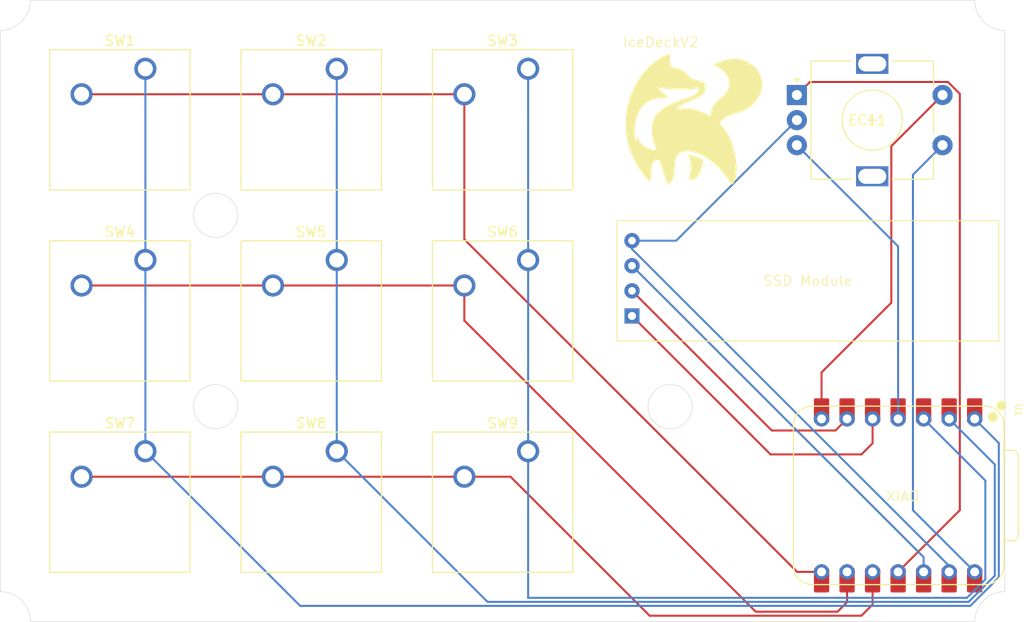
<source format=kicad_pcb>
(kicad_pcb (version 20241229) (generator "pcbnew") (generator_version "9.0")
  (layers (0 "F.Cu" signal) (2 "B.Cu" signal) (13 "F.Paste" user) (15 "B.Paste" user) (5 "F.SilkS" user "F.Silkscreen") (7 "B.SilkS" user "B.Silkscreen") (1 "F.Mask" user) (3 "B.Mask" user) (25 "Edge.Cuts" user))
  (net 0 "")
  (net 1 "+5V")
  (net 2 "GND")
  (net 3 "ROW1")
  (net 4 "COL1")
  (net 5 "ROW2")
  (net 6 "ROW3")
  (net 7 "COL2")
  (net 8 "COL3")
  (net 9 "ENC_S2")
  (net 10 "ENC_B")
  (net 11 "ENC_A")
  (net 12 "D_SCL")
  (net 13 "D_SDA")
  (net 14 "D_VCC")
  (footprint "Button_Switch_Keyboard:SW_Cherry_MX_1.00u_PCB" (layer "F.Cu") (at 83.5025 123.5075)
    (property "Reference" "SW5" (at -2.54 -2.794 0) (layer "F.SilkS"))
    (property "Value" "SW_Push")
    (fp_line (start -9.525 -1.905) (end 4.445 -1.905) (stroke (width 0.12)) (layer "F.SilkS"))
    (fp_line (start -9.525 12.065) (end -9.525 -1.905) (stroke (width 0.12)) (layer "F.SilkS"))
    (fp_line (start 4.445 -1.905) (end 4.445 12.065) (stroke (width 0.12)) (layer "F.SilkS"))
    (fp_line (start 4.445 12.065) (end -9.525 12.065) (stroke (width 0.12)) (layer "F.SilkS"))
    (pad "" np_thru_hole circle (at -7.62 5.08) (size 1.7 1.7) (drill 1.7) (layers "*.Cu" "*.Mask"))
    (pad "" np_thru_hole circle (at -2.54 5.08) (size 4 4) (drill 4) (layers "*.Cu" "*.Mask"))
    (pad "" np_thru_hole circle (at 2.54 5.08) (size 1.7 1.7) (drill 1.7) (layers "*.Cu" "*.Mask"))
    (pad "1" thru_hole circle (at 0 0) (size 2.2 2.2) (drill 1.5) (layers "*.Cu" "*.Mask") (net 5 "ROW2"))
    (pad "2" thru_hole circle (at -6.35 2.54) (size 2.2 2.2) (drill 1.5) (layers "*.Cu" "*.Mask") (net 7 "COL2"))
  )
  (footprint "Button_Switch_Keyboard:SW_Cherry_MX_1.00u_PCB" (layer "F.Cu") (at 64.4525 142.5575)
    (property "Reference" "SW7" (at -2.54 -2.794 0) (layer "F.SilkS"))
    (property "Value" "SW_Push")
    (fp_line (start -9.525 -1.905) (end 4.445 -1.905) (stroke (width 0.12)) (layer "F.SilkS"))
    (fp_line (start -9.525 12.065) (end -9.525 -1.905) (stroke (width 0.12)) (layer "F.SilkS"))
    (fp_line (start 4.445 -1.905) (end 4.445 12.065) (stroke (width 0.12)) (layer "F.SilkS"))
    (fp_line (start 4.445 12.065) (end -9.525 12.065) (stroke (width 0.12)) (layer "F.SilkS"))
    (pad "" np_thru_hole circle (at -7.62 5.08) (size 1.7 1.7) (drill 1.7) (layers "*.Cu" "*.Mask"))
    (pad "" np_thru_hole circle (at -2.54 5.08) (size 4 4) (drill 4) (layers "*.Cu" "*.Mask"))
    (pad "" np_thru_hole circle (at 2.54 5.08) (size 1.7 1.7) (drill 1.7) (layers "*.Cu" "*.Mask"))
    (pad "1" thru_hole circle (at 0 0) (size 2.2 2.2) (drill 1.5) (layers "*.Cu" "*.Mask") (net 3 "ROW1"))
    (pad "2" thru_hole circle (at -6.35 2.54) (size 2.2 2.2) (drill 1.5) (layers "*.Cu" "*.Mask") (net 8 "COL3"))
  )
  (footprint "ssd module:ssd128x32 module" (layer "F.Cu") (at 126.12851 139.246137)
    (property "Reference" "SSD Module" (at 4.262249 -13.664257 0) (layer "F.SilkS") (effects (font (thickness 0.1))))
    (property "Value" "~")
    (fp_rect (start -14.737751 -19.664257) (end 23.262249 -7.664257) (stroke (width 0.1)) (fill no) (layer "F.SilkS"))
    (pad "1" thru_hole circle (at -13.237751 -17.664257) (size 1.524 1.524) (drill 0.762) (layers "*.Cu" "*.Mask") (net 2 "GND"))
    (pad "2" thru_hole circle (at -13.237751 -15.164257) (size 1.524 1.524) (drill 0.762) (layers "*.Cu" "*.Mask") (net 14 "D_VCC"))
    (pad "3" thru_hole circle (at -13.237751 -12.664257) (size 1.524 1.524) (drill 0.762) (layers "*.Cu" "*.Mask") (net 12 "D_SCL"))
    (pad "4" thru_hole rect (at -13.237751 -10.164257) (size 1.5 1.5) (drill 0.8) (layers "*.Cu" "*.Mask") (net 13 "D_SDA"))
  )
  (footprint "Button_Switch_Keyboard:SW_Cherry_MX_1.00u_PCB" (layer "F.Cu") (at 64.4525 123.5075)
    (property "Reference" "SW4" (at -2.54 -2.794 0) (layer "F.SilkS"))
    (property "Value" "SW_Push")
    (fp_line (start -9.525 -1.905) (end 4.445 -1.905) (stroke (width 0.12)) (layer "F.SilkS"))
    (fp_line (start -9.525 12.065) (end -9.525 -1.905) (stroke (width 0.12)) (layer "F.SilkS"))
    (fp_line (start 4.445 -1.905) (end 4.445 12.065) (stroke (width 0.12)) (layer "F.SilkS"))
    (fp_line (start 4.445 12.065) (end -9.525 12.065) (stroke (width 0.12)) (layer "F.SilkS"))
    (pad "" np_thru_hole circle (at -7.62 5.08) (size 1.7 1.7) (drill 1.7) (layers "*.Cu" "*.Mask"))
    (pad "" np_thru_hole circle (at -2.54 5.08) (size 4 4) (drill 4) (layers "*.Cu" "*.Mask"))
    (pad "" np_thru_hole circle (at 2.54 5.08) (size 1.7 1.7) (drill 1.7) (layers "*.Cu" "*.Mask"))
    (pad "1" thru_hole circle (at 0 0) (size 2.2 2.2) (drill 1.5) (layers "*.Cu" "*.Mask") (net 3 "ROW1"))
    (pad "2" thru_hole circle (at -6.35 2.54) (size 2.2 2.2) (drill 1.5) (layers "*.Cu" "*.Mask") (net 7 "COL2"))
  )
  (footprint "Button_Switch_Keyboard:SW_Cherry_MX_1.00u_PCB" (layer "F.Cu") (at 64.4525 104.4575)
    (property "Reference" "SW1" (at -2.54 -2.794 0) (layer "F.SilkS"))
    (property "Value" "SW_Push")
    (fp_line (start -9.525 -1.905) (end 4.445 -1.905) (stroke (width 0.12)) (layer "F.SilkS"))
    (fp_line (start -9.525 12.065) (end -9.525 -1.905) (stroke (width 0.12)) (layer "F.SilkS"))
    (fp_line (start 4.445 -1.905) (end 4.445 12.065) (stroke (width 0.12)) (layer "F.SilkS"))
    (fp_line (start 4.445 12.065) (end -9.525 12.065) (stroke (width 0.12)) (layer "F.SilkS"))
    (pad "" np_thru_hole circle (at -7.62 5.08) (size 1.7 1.7) (drill 1.7) (layers "*.Cu" "*.Mask"))
    (pad "" np_thru_hole circle (at -2.54 5.08) (size 4 4) (drill 4) (layers "*.Cu" "*.Mask"))
    (pad "" np_thru_hole circle (at 2.54 5.08) (size 1.7 1.7) (drill 1.7) (layers "*.Cu" "*.Mask"))
    (pad "1" thru_hole circle (at 0 0) (size 2.2 2.2) (drill 1.5) (layers "*.Cu" "*.Mask") (net 3 "ROW1"))
    (pad "2" thru_hole circle (at -6.35 2.54) (size 2.2 2.2) (drill 1.5) (layers "*.Cu" "*.Mask") (net 4 "COL1"))
  )
  (footprint "Rotary_Encoder:RotaryEncoder_Alps_EC11E-Switch_Vertical_H20mm" (layer "F.Cu") (at 129.303499 107.071797)
    (property "Reference" "EC11" (at 7 2.5 0) (layer "F.SilkS"))
    (property "Value" "RotaryEncoder_Switch")
    (fp_line (start -0.3 -1.6) (end 0.3 -1.6) (stroke (width 0.12)) (layer "F.SilkS"))
    (fp_line (start 0 -1.3) (end -0.3 -1.6) (stroke (width 0.12)) (layer "F.SilkS"))
    (fp_line (start 0.3 -1.6) (end 0 -1.3) (stroke (width 0.12)) (layer "F.SilkS"))
    (fp_line (start 1.4 -3.4) (end 1.4 8.4) (stroke (width 0.12)) (layer "F.SilkS"))
    (fp_line (start 5.5 -3.4) (end 1.4 -3.4) (stroke (width 0.12)) (layer "F.SilkS"))
    (fp_line (start 5.5 8.4) (end 1.4 8.4) (stroke (width 0.12)) (layer "F.SilkS"))
    (fp_line (start 7 2.5) (end 8 2.5) (stroke (width 0.12)) (layer "F.SilkS"))
    (fp_line (start 7.5 2) (end 7.5 3) (stroke (width 0.12)) (layer "F.SilkS"))
    (fp_line (start 9.5 -3.4) (end 13.6 -3.4) (stroke (width 0.12)) (layer "F.SilkS"))
    (fp_line (start 13.6 -3.4) (end 13.6 -1) (stroke (width 0.12)) (layer "F.SilkS"))
    (fp_line (start 13.6 1.2) (end 13.6 3.8) (stroke (width 0.12)) (layer "F.SilkS"))
    (fp_line (start 13.6 6) (end 13.6 8.4) (stroke (width 0.12)) (layer "F.SilkS"))
    (fp_line (start 13.6 8.4) (end 9.5 8.4) (stroke (width 0.12)) (layer "F.SilkS"))
    (fp_circle (center 7.5 2.5) (end 10.5 2.5) (stroke (width 0.12)) (fill no) (layer "F.SilkS"))
    (pad "A" thru_hole rect (at 0 0) (size 2 2) (drill 1) (layers "*.Cu" "*.Mask") (net 11 "ENC_A"))
    (pad "B" thru_hole circle (at 0 5) (size 2 2) (drill 1) (layers "*.Cu" "*.Mask") (net 10 "ENC_B"))
    (pad "C" thru_hole circle (at 0 2.5) (size 2 2) (drill 1) (layers "*.Cu" "*.Mask") (net 2 "GND"))
    (pad "MP" thru_hole rect (at 7.5 -3.1) (size 3.2 2) (drill oval 2.8 1.5) (layers "*.Cu" "*.Mask"))
    (pad "MP" thru_hole rect (at 7.5 8.1) (size 3.2 2) (drill oval 2.8 1.5) (layers "*.Cu" "*.Mask"))
    (pad "S1" thru_hole circle (at 14.5 5) (size 2 2) (drill 1) (layers "*.Cu" "*.Mask") (net 1 "+5V"))
    (pad "S2" thru_hole circle (at 14.5 0) (size 2 2) (drill 1) (layers "*.Cu" "*.Mask") (net 9 "ENC_S2"))
  )
  (footprint "OPL:XIAO-RP2040-DIP" (layer "F.Cu") (at 139.379876 146.956008 -90)
    (property "Reference" "U1" (at -8.5 -12 270) (layer "F.SilkS") (effects (font (size 0.635 0.635) (thickness 0.1016))))
    (property "Value" "XIAO-RP2040-DIP")
    (fp_line (start -6.985 10.414) (end 6.985 10.414) (stroke (width 0.127)) (layer "F.SilkS"))
    (fp_line (start -8.89 8.509) (end -8.89 -8.636) (stroke (width 0.127)) (layer "F.SilkS"))
    (fp_line (start 8.89 8.509) (end 8.89 -8.636) (stroke (width 0.127)) (layer "F.SilkS"))
    (fp_line (start -4.495 -10.541) (end -4.491272 -11.451272) (stroke (width 0.127)) (layer "F.SilkS"))
    (fp_line (start 6.985 -10.541) (end -6.985 -10.541) (stroke (width 0.1)) (layer "F.SilkS"))
    (fp_line (start 6.985 -10.541) (end -6.985 -10.541) (stroke (width 0.127)) (layer "F.SilkS"))
    (fp_line (start 4.504 -11.451) (end 4.504 -10.541) (stroke (width 0.127)) (layer "F.SilkS"))
    (fp_line (start -3.991272 -11.951) (end 4.004 -11.951) (stroke (width 0.127)) (layer "F.SilkS"))
    (fp_arc (start -6.985 10.414) (mid -8.332038 9.856038) (end -8.89 8.509) (stroke (width 0.127)) (layer "F.SilkS"))
    (fp_arc (start 8.89 8.509) (mid 8.332038 9.856038) (end 6.985 10.414) (stroke (width 0.127)) (layer "F.SilkS"))
    (fp_arc (start -8.89 -8.636) (mid -8.332038 -9.983038) (end -6.985 -10.541) (stroke (width 0.127)) (layer "F.SilkS"))
    (fp_arc (start 6.985 -10.541) (mid 8.332038 -9.983038) (end 8.89 -8.636) (stroke (width 0.127)) (layer "F.SilkS"))
    (fp_arc (start -4.491272 -11.451272) (mid -4.344728 -11.80464) (end -3.991272 -11.951) (stroke (width 0.127)) (layer "F.SilkS"))
    (fp_arc (start 4.004 -11.951) (mid 4.357553 -11.804553) (end 4.504 -11.451) (stroke (width 0.127)) (layer "F.SilkS"))
    (fp_circle (center -7.807 -9.42) (end -7.807 -9.674) (stroke (width 0.5)) (fill yes) (layer "F.SilkS"))
    (fp_circle (center -8.95 -10.3) (end -8.95 -10.554) (stroke (width 0.5)) (fill yes) (layer "F.SilkS"))
    (pad "1" smd roundrect (at -8.455 -7.62 90) (size 2.432 1.524) (layers "F.Cu" "F.Mask") (roundrect_rratio 0.1) (net 3 "ROW1"))
    (pad "1" thru_hole circle (at -7.62 -7.62 90) (size 1.524 1.524) (drill 0.889) (layers "*.Cu" "*.Mask") (net 3 "ROW1"))
    (pad "2" smd roundrect (at -8.455 -5.08 90) (size 2.432 1.524) (layers "F.Cu" "F.Mask") (roundrect_rratio 0.1) (net 5 "ROW2"))
    (pad "2" thru_hole circle (at -7.62 -5.08 90) (size 1.524 1.524) (drill 0.889) (layers "*.Cu" "*.Mask") (net 5 "ROW2"))
    (pad "3" smd roundrect (at -8.455 -2.54 90) (size 2.432 1.524) (layers "F.Cu" "F.Mask") (roundrect_rratio 0.1) (net 6 "ROW3"))
    (pad "3" thru_hole circle (at -7.62 -2.54 90) (size 1.524 1.524) (drill 0.889) (layers "*.Cu" "*.Mask") (net 6 "ROW3"))
    (pad "4" smd roundrect (at -8.455 0 90) (size 2.432 1.524) (layers "F.Cu" "F.Mask") (roundrect_rratio 0.1) (net 10 "ENC_B"))
    (pad "4" thru_hole circle (at -7.62 0 90) (size 1.524 1.524) (drill 0.889) (layers "*.Cu" "*.Mask") (net 10 "ENC_B"))
    (pad "5" smd roundrect (at -8.455 2.54 90) (size 2.432 1.524) (layers "F.Cu" "F.Mask") (roundrect_rratio 0.1) (net 13 "D_SDA"))
    (pad "5" thru_hole circle (at -7.62 2.54 90) (size 1.524 1.524) (drill 0.889) (layers "*.Cu" "*.Mask") (net 13 "D_SDA"))
    (pad "6" smd roundrect (at -8.455 5.08 90) (size 2.432 1.524) (layers "F.Cu" "F.Mask") (roundrect_rratio 0.1) (net 12 "D_SCL"))
    (pad "6" thru_hole circle (at -7.62 5.08 90) (size 1.524 1.524) (drill 0.889) (layers "*.Cu" "*.Mask") (net 12 "D_SCL"))
    (pad "7" smd roundrect (at -8.455 7.62 90) (size 2.432 1.524) (layers "F.Cu" "F.Mask") (roundrect_rratio 0.1) (net 9 "ENC_S2"))
    (pad "7" thru_hole circle (at -7.62 7.62 90) (size 1.524 1.524) (drill 0.889) (layers "*.Cu" "*.Mask") (net 9 "ENC_S2"))
    (pad "8" thru_hole circle (at 7.62 7.62 270) (size 1.524 1.524) (drill 0.889) (layers "*.Cu" "*.Mask") (net 4 "COL1"))
    (pad "8" smd roundrect (at 8.455 7.62 270) (size 2.432 1.524) (layers "F.Cu" "F.Mask") (roundrect_rratio 0.1) (net 4 "COL1"))
    (pad "9" thru_hole circle (at 7.62 5.08 270) (size 1.524 1.524) (drill 0.889) (layers "*.Cu" "*.Mask") (net 7 "COL2"))
    (pad "9" smd roundrect (at 8.455 5.08 270) (size 2.432 1.524) (layers "F.Cu" "F.Mask") (roundrect_rratio 0.1) (net 7 "COL2"))
    (pad "10" thru_hole circle (at 7.62 2.54 270) (size 1.524 1.524) (drill 0.889) (layers "*.Cu" "*.Mask") (net 8 "COL3"))
    (pad "10" smd roundrect (at 8.455 2.54 270) (size 2.432 1.524) (layers "F.Cu" "F.Mask") (roundrect_rratio 0.1) (net 8 "COL3"))
    (pad "11" thru_hole circle (at 7.62 0 270) (size 1.524 1.524) (drill 0.889) (layers "*.Cu" "*.Mask") (net 11 "ENC_A"))
    (pad "11" smd roundrect (at 8.455 0 270) (size 2.432 1.524) (layers "F.Cu" "F.Mask") (roundrect_rratio 0.1) (net 11 "ENC_A"))
    (pad "12" thru_hole circle (at 7.62 -2.54 270) (size 1.524 1.524) (drill 0.889) (layers "*.Cu" "*.Mask") (net 14 "D_VCC"))
    (pad "12" smd roundrect (at 8.455 -2.54 270) (size 2.432 1.524) (layers "F.Cu" "F.Mask") (roundrect_rratio 0.1) (net 14 "D_VCC"))
    (pad "13" thru_hole circle (at 7.62 -5.08 270) (size 1.524 1.524) (drill 0.889) (layers "*.Cu" "*.Mask") (net 2 "GND"))
    (pad "13" smd roundrect (at 8.455 -5.08 270) (size 2.432 1.524) (layers "F.Cu" "F.Mask") (roundrect_rratio 0.1) (net 2 "GND"))
    (pad "14" thru_hole circle (at 7.62 -7.62 270) (size 1.524 1.524) (drill 0.889) (layers "*.Cu" "*.Mask") (net 1 "+5V"))
    (pad "14" smd roundrect (at 8.455 -7.62 270) (size 2.432 1.524) (layers "F.Cu" "F.Mask") (roundrect_rratio 0.1) (net 1 "+5V"))
  )
  (footprint "Button_Switch_Keyboard:SW_Cherry_MX_1.00u_PCB" (layer "F.Cu") (at 102.5525 123.5075)
    (property "Reference" "SW6" (at -2.54 -2.794 0) (layer "F.SilkS"))
    (property "Value" "SW_Push")
    (fp_line (start -9.525 -1.905) (end 4.445 -1.905) (stroke (width 0.12)) (layer "F.SilkS"))
    (fp_line (start -9.525 12.065) (end -9.525 -1.905) (stroke (width 0.12)) (layer "F.SilkS"))
    (fp_line (start 4.445 -1.905) (end 4.445 12.065) (stroke (width 0.12)) (layer "F.SilkS"))
    (fp_line (start 4.445 12.065) (end -9.525 12.065) (stroke (width 0.12)) (layer "F.SilkS"))
    (pad "" np_thru_hole circle (at -7.62 5.08) (size 1.7 1.7) (drill 1.7) (layers "*.Cu" "*.Mask"))
    (pad "" np_thru_hole circle (at -2.54 5.08) (size 4 4) (drill 4) (layers "*.Cu" "*.Mask"))
    (pad "" np_thru_hole circle (at 2.54 5.08) (size 1.7 1.7) (drill 1.7) (layers "*.Cu" "*.Mask"))
    (pad "1" thru_hole circle (at 0 0) (size 2.2 2.2) (drill 1.5) (layers "*.Cu" "*.Mask") (net 6 "ROW3"))
    (pad "2" thru_hole circle (at -6.35 2.54) (size 2.2 2.2) (drill 1.5) (layers "*.Cu" "*.Mask") (net 7 "COL2"))
  )
  (footprint "Button_Switch_Keyboard:SW_Cherry_MX_1.00u_PCB" (layer "F.Cu") (at 83.5025 142.5575)
    (property "Reference" "SW8" (at -2.54 -2.794 0) (layer "F.SilkS"))
    (property "Value" "SW_Push")
    (fp_line (start -9.525 -1.905) (end 4.445 -1.905) (stroke (width 0.12)) (layer "F.SilkS"))
    (fp_line (start -9.525 12.065) (end -9.525 -1.905) (stroke (width 0.12)) (layer "F.SilkS"))
    (fp_line (start 4.445 -1.905) (end 4.445 12.065) (stroke (width 0.12)) (layer "F.SilkS"))
    (fp_line (start 4.445 12.065) (end -9.525 12.065) (stroke (width 0.12)) (layer "F.SilkS"))
    (pad "" np_thru_hole circle (at -7.62 5.08) (size 1.7 1.7) (drill 1.7) (layers "*.Cu" "*.Mask"))
    (pad "" np_thru_hole circle (at -2.54 5.08) (size 4 4) (drill 4) (layers "*.Cu" "*.Mask"))
    (pad "" np_thru_hole circle (at 2.54 5.08) (size 1.7 1.7) (drill 1.7) (layers "*.Cu" "*.Mask"))
    (pad "1" thru_hole circle (at 0 0) (size 2.2 2.2) (drill 1.5) (layers "*.Cu" "*.Mask") (net 5 "ROW2"))
    (pad "2" thru_hole circle (at -6.35 2.54) (size 2.2 2.2) (drill 1.5) (layers "*.Cu" "*.Mask") (net 8 "COL3"))
  )
  (footprint "Button_Switch_Keyboard:SW_Cherry_MX_1.00u_PCB" (layer "F.Cu") (at 83.5025 104.4575)
    (property "Reference" "SW2" (at -2.54 -2.794 0) (layer "F.SilkS"))
    (property "Value" "SW_Push")
    (fp_line (start -9.525 -1.905) (end 4.445 -1.905) (stroke (width 0.12)) (layer "F.SilkS"))
    (fp_line (start -9.525 12.065) (end -9.525 -1.905) (stroke (width 0.12)) (layer "F.SilkS"))
    (fp_line (start 4.445 -1.905) (end 4.445 12.065) (stroke (width 0.12)) (layer "F.SilkS"))
    (fp_line (start 4.445 12.065) (end -9.525 12.065) (stroke (width 0.12)) (layer "F.SilkS"))
    (pad "" np_thru_hole circle (at -7.62 5.08) (size 1.7 1.7) (drill 1.7) (layers "*.Cu" "*.Mask"))
    (pad "" np_thru_hole circle (at -2.54 5.08) (size 4 4) (drill 4) (layers "*.Cu" "*.Mask"))
    (pad "" np_thru_hole circle (at 2.54 5.08) (size 1.7 1.7) (drill 1.7) (layers "*.Cu" "*.Mask"))
    (pad "1" thru_hole circle (at 0 0) (size 2.2 2.2) (drill 1.5) (layers "*.Cu" "*.Mask") (net 5 "ROW2"))
    (pad "2" thru_hole circle (at -6.35 2.54) (size 2.2 2.2) (drill 1.5) (layers "*.Cu" "*.Mask") (net 4 "COL1"))
  )
  (footprint "Button_Switch_Keyboard:SW_Cherry_MX_1.00u_PCB" (layer "F.Cu") (at 102.5525 104.4575)
    (property "Reference" "SW3" (at -2.54 -2.794 0) (layer "F.SilkS"))
    (property "Value" "SW_Push")
    (fp_line (start -9.525 -1.905) (end 4.445 -1.905) (stroke (width 0.12)) (layer "F.SilkS"))
    (fp_line (start -9.525 12.065) (end -9.525 -1.905) (stroke (width 0.12)) (layer "F.SilkS"))
    (fp_line (start 4.445 -1.905) (end 4.445 12.065) (stroke (width 0.12)) (layer "F.SilkS"))
    (fp_line (start 4.445 12.065) (end -9.525 12.065) (stroke (width 0.12)) (layer "F.SilkS"))
    (pad "" np_thru_hole circle (at -7.62 5.08) (size 1.7 1.7) (drill 1.7) (layers "*.Cu" "*.Mask"))
    (pad "" np_thru_hole circle (at -2.54 5.08) (size 4 4) (drill 4) (layers "*.Cu" "*.Mask"))
    (pad "" np_thru_hole circle (at 2.54 5.08) (size 1.7 1.7) (drill 1.7) (layers "*.Cu" "*.Mask"))
    (pad "1" thru_hole circle (at 0 0) (size 2.2 2.2) (drill 1.5) (layers "*.Cu" "*.Mask") (net 6 "ROW3"))
    (pad "2" thru_hole circle (at -6.35 2.54) (size 2.2 2.2) (drill 1.5) (layers "*.Cu" "*.Mask") (net 4 "COL1"))
  )
  (footprint "graphic:fox big" (layer "F.Cu") (at 119.0625 109.5375)
    (property "Reference" "G***" (hide yes))
    (property "Value" "LOGO" (hide yes))
    (fp_poly (pts (xy -0.30746 3.507699) (xy -0.077529 3.565121) (xy 0.174964 3.644705) (xy 0.41792 3.738038) (xy 0.494425 3.77224) (xy 0.7054 3.874539) (xy 0.825415 3.952033) (xy 0.880101 4.032636) (xy 0.895092 4.144267) (xy 0.895717 4.209292) (xy 0.858442 4.517657) (xy 0.758013 4.869628) (xy 0.611529 5.225558) (xy 0.436088 5.5458) (xy 0.248786 5.790709) (xy 0.189835 5.846107) (xy -0.043008 5.985444) (xy -0.260039 6.001145) (xy -0.406196 5.933121) (xy -0.461749 5.88227) (xy -0.484561 5.813823) (xy -0.474995 5.695897) (xy -0.433414 5.49661) (xy -0.412197 5.405287) (xy -0.349639 5.014672) (xy -0.333135 4.604705) (xy -0.360977 4.215649) (xy -0.431456 3.887768) (xy -0.48202 3.759619) (xy -0.548353 3.605609) (xy -0.57442 3.50678) (xy -0.571241 3.492986) (xy -0.48273 3.48085)) (fill yes) (layer "F.SilkS"))
    (fp_poly (pts (xy -2.426947 -6.547396) (xy -2.37996 -6.455852) (xy -2.367151 -6.266958) (xy -2.367255 -5.994262) (xy -2.36302 -5.680653) (xy -2.339365 -5.470239) (xy -2.27986 -5.33829) (xy -2.168079 -5.260079) (xy -1.987594 -5.210874) (xy -1.828466 -5.183189) (xy -1.357488 -5.048217) (xy -0.943158 -4.812422) (xy -0.608684 -4.489473) (xy -0.574274 -4.444508) (xy -0.463712 -4.300049) (xy -0.365763 -4.198874) (xy -0.250511 -4.124204) (xy -0.088044 -4.059257) (xy 0.151553 -3.987255) (xy 0.328252 -3.938234) (xy 0.608574 -3.85748) (xy 0.846418 -3.78231) (xy 1.012241 -3.722454) (xy 1.071662 -3.693394) (xy 1.124295 -3.58585) (xy 1.147751 -3.396375) (xy 1.142416 -3.167537) (xy 1.108673 -2.941904) (xy 1.063547 -2.797064) (xy 0.975735 -2.634512) (xy 0.850626 -2.489093) (xy 0.671231 -2.349534) (xy 0.420565 -2.204561) (xy 0.081639 -2.0429) (xy -0.35189 -1.857673) (xy -0.858327 -1.64344) (xy -1.246204 -1.468044) (xy -1.518409 -1.330024) (xy -1.677833 -1.227919) (xy -1.727457 -1.162415) (xy -1.667646 -1.145695) (xy -1.50487 -1.131932) (xy -1.264116 -1.122565) (xy -0.975693 -1.119041) (xy -0.450713 -1.102063) (xy -0.00131 -1.044705) (xy 0.42149 -0.935933) (xy 0.86666 -0.76471) (xy 1.12826 -0.644943) (xy 1.648712 -0.39686) (xy 1.691451 -0.719041) (xy 1.749498 -1.011529) (xy 1.84982 -1.275311) (xy 2.006354 -1.529665) (xy 2.233041 -1.793872) (xy 2.543817 -2.087209) (xy 2.892702 -2.380509) (xy 3.199594 -2.700558) (xy 3.405531 -3.069156) (xy 3.504862 -3.464901) (xy 3.491937 -3.866391) (xy 3.377966 -4.218466) (xy 3.166986 -4.544905) (xy 2.862819 -4.866414) (xy 2.497555 -5.152005) (xy 2.268136 -5.290171) (xy 1.889281 -5.49346) (xy 2.301443 -5.688382) (xy 2.967746 -5.934805) (xy 3.659599 -6.055856) (xy 4.229218 -6.06263) (xy 4.548631 -6.036027) (xy 4.799559 -5.988936) (xy 5.041351 -5.906556) (xy 5.275909 -5.801587) (xy 5.792347 -5.494705) (xy 6.207717 -5.11883) (xy 6.5178 -4.685362) (xy 6.718383 -4.2057) (xy 6.805247 -3.691242) (xy 6.774177 -3.153387) (xy 6.620956 -2.603534) (xy 6.533547 -2.401611) (xy 6.292201 -1.98108) (xy 5.988355 -1.615051) (xy 5.609473 -1.29486) (xy 5.14302 -1.011845) (xy 4.576462 -0.757341) (xy 3.897262 -0.522685) (xy 3.751472 -0.478751) (xy 3.460488 -0.386442) (xy 3.252775 -0.298891) (xy 3.086658 -0.19326) (xy 2.920461 -0.046712) (xy 2.867185 0.005813) (xy 2.550064 0.322934) (xy 2.844492 0.650408) (xy 3.214275 1.14133) (xy 3.538873 1.731636) (xy 3.810646 2.39838) (xy 4.021949 3.118616) (xy 4.165143 3.869399) (xy 4.232585 4.627784) (xy 4.236815 4.830947) (xy 4.218198 5.361934) (xy 4.157209 5.798399) (xy 4.055849 6.131307) (xy 3.916115 6.351622) (xy 3.896125 6.370728) (xy 3.794776 6.452685) (xy 3.738129 6.448234) (xy 3.686704 6.374009) (xy 3.160461 5.591817) (xy 2.57423 4.897357) (xy 1.94067 4.304411) (xy 1.452391 3.941469) (xy 0.852921 3.582666) (xy 0.291083 3.327388) (xy -0.226799 3.177362) (xy -0.694401 3.134317) (xy -1.105398 3.199979) (xy -1.174198 3.22398) (xy -1.397727 3.324987) (xy -1.568002 3.447378) (xy -1.693815 3.610167) (xy -1.783955 3.832371) (xy -1.847214 4.133005) (xy -1.892382 4.531083) (xy -1.914506 4.825352) (xy -1.946023 5.197399) (xy -1.986502 5.52356) (xy -2.031764 5.774782) (xy -2.069697 5.904911) (xy -2.175021 6.094341) (xy -2.316603 6.272762) (xy -2.463137 6.406493) (xy -2.583317 6.461855) (xy -2.5875 6.461964) (xy -2.630496 6.404166) (xy -2.703558 6.243995) (xy -2.798814 6.001281) (xy -2.908391 5.695856) (xy -3.000225 5.422291) (xy -3.115597 5.067698) (xy -3.219704 4.746065) (xy -3.304882 4.481196) (xy -3.363468 4.296898) (xy -3.384945 4.22724) (xy -3.479315 4.049564) (xy -3.625155 3.988949) (xy -3.811828 4.03805) (xy -3.989049 4.163618) (xy -4.112211 4.355572) (xy -4.187377 4.630766) (xy -4.220611 5.006055) (xy -4.223515 5.182367) (xy -4.23987 5.592241) (xy -4.288223 5.883346) (xy -4.369925 6.061149) (xy -4.456473 6.124308) (xy -4.527962 6.086164) (xy -4.653362 5.95761) (xy -4.819317 5.757084) (xy -5.01247 5.503029) (xy -5.219465 5.213886) (xy -5.426946 4.908095) (xy -5.621556 4.604097) (xy -5.78994 4.320334) (xy -5.870449 4.172045) (xy -6.246783 3.365233) (xy -6.5187 2.583836) (xy -6.694712 1.793093) (xy -6.766209 1.119543) (xy -5.91263 1.119543) (xy -5.881658 1.56697) (xy -5.835103 1.854181) (xy -5.791871 2.020114) (xy -5.747914 2.071235) (xy -5.699182 2.014012) (xy -5.661788 1.918119) (xy -5.588342 1.699983) (xy -5.515657 1.908488) (xy -5.322586 2.279984) (xy -5.030966 2.569869) (xy -4.904722 2.652531) (xy -4.720365 2.744434) (xy -4.495569 2.833617) (xy -4.259879 2.911553) (xy -4.042841 2.969712) (xy -3.873999 2.999565) (xy -3.782901 2.992584) (xy -3.774812 2.978702) (xy -3.79447 2.910005) (xy -3.847394 2.747954) (xy -3.924513 2.519946) (xy -3.981391 2.354899) (xy -4.077287 2.06378) (xy -4.138281 1.82647) (xy -4.172124 1.59454) (xy -4.186564 1.319566) (xy -4.189326 1.055667) (xy -4.169257 0.561538) (xy -4.100187 0.158432) (xy -3.971999 -0.184534) (xy -3.774575 -0.498245) (xy -3.619209 -0.68469) (xy -3.325915 -0.952312) (xy -2.930912 -1.227) (xy -2.458918 -1.496069) (xy -1.934649 -1.746831) (xy -1.382824 -1.966602) (xy -0.828159 -2.142695) (xy -0.725312 -2.169958) (xy -0.249625 -2.324773) (xy 0.108255 -2.514741) (xy 0.345785 -2.738344) (xy 0.41301 -2.850118) (xy 0.475428 -3.002408) (xy 0.496847 -3.099316) (xy 0.493018 -3.11118) (xy 0.420244 -3.117334) (xy 0.252175 -3.107883) (xy 0.020252 -3.084901) (xy -0.070594 -3.073994) (xy -0.472007 -3.038166) (xy -0.952033 -3.017977) (xy -1.471242 -3.013104) (xy -1.990204 -3.023223) (xy -2.46949 -3.048008) (xy -2.869669 -3.087136) (xy -2.943074 -3.097621) (xy -3.191566 -3.132784) (xy -3.387348 -3.154786) (xy -3.499669 -3.160405) (xy -3.514228 -3.157446) (xy -3.49313 -3.098174) (xy -3.390259 -2.977741) (xy -3.224071 -2.814538) (xy -3.013016 -2.626957) (xy -2.833775 -2.479258) (xy -2.492423 -2.207306) (xy -3.185331 -2.169627) (xy -3.767185 -2.102529) (xy -4.255346 -1.96396) (xy -4.668052 -1.744455) (xy -5.023544 -1.434545) (xy -5.31318 -1.065261) (xy -5.564867 -0.597404) (xy -5.754175 -0.05183) (xy -5.872849 0.53323) (xy -5.91263 1.119543) (xy -6.766209 1.119543) (xy -6.78333 0.958248) (xy -6.798112 0.383878) (xy -6.757137 -0.519009) (xy -6.630737 -1.35519) (xy -6.410472 -2.160165) (xy -6.087902 -2.969438) (xy -5.915962 -3.326953) (xy -5.499114 -4.053393) (xy -5.015296 -4.719327) (xy -4.478874 -5.309855) (xy -3.904215 -5.810079) (xy -3.305684 -6.205101) (xy -2.985836 -6.365757) (xy -2.708599 -6.489565) (xy -2.529398 -6.554373)) (fill yes) (layer "F.SilkS"))
  )
  (footprint "Button_Switch_Keyboard:SW_Cherry_MX_1.00u_PCB" (layer "F.Cu") (at 102.5525 142.5575)
    (property "Reference" "SW9" (at -2.54 -2.794 0) (layer "F.SilkS"))
    (property "Value" "SW_Push")
    (fp_line (start -9.525 -1.905) (end 4.445 -1.905) (stroke (width 0.12)) (layer "F.SilkS"))
    (fp_line (start -9.525 12.065) (end -9.525 -1.905) (stroke (width 0.12)) (layer "F.SilkS"))
    (fp_line (start 4.445 -1.905) (end 4.445 12.065) (stroke (width 0.12)) (layer "F.SilkS"))
    (fp_line (start 4.445 12.065) (end -9.525 12.065) (stroke (width 0.12)) (layer "F.SilkS"))
    (pad "" np_thru_hole circle (at -7.62 5.08) (size 1.7 1.7) (drill 1.7) (layers "*.Cu" "*.Mask"))
    (pad "" np_thru_hole circle (at -2.54 5.08) (size 4 4) (drill 4) (layers "*.Cu" "*.Mask"))
    (pad "" np_thru_hole circle (at 2.54 5.08) (size 1.7 1.7) (drill 1.7) (layers "*.Cu" "*.Mask"))
    (pad "1" thru_hole circle (at 0 0) (size 2.2 2.2) (drill 1.5) (layers "*.Cu" "*.Mask") (net 6 "ROW3"))
    (pad "2" thru_hole circle (at -6.35 2.54) (size 2.2 2.2) (drill 1.5) (layers "*.Cu" "*.Mask") (net 8 "COL3"))
  )
  (gr_circle (center 71.4375 119.0625) (end 73.6375 119.0625) (stroke (width 0.05)) (fill no) (layer "Edge.Cuts"))
  (gr_circle (center 71.4375 138.1125) (end 73.6375 138.1125) (stroke (width 0.05)) (fill no) (layer "Edge.Cuts"))
  (gr_line (start 150.004877 100.63125) (end 150.004877 156.543778) (stroke (width 0.05)) (layer "Edge.Cuts"))
  (gr_circle (center 116.68125 138.1125) (end 118.88125 138.1125) (stroke (width 0.05)) (fill no) (layer "Edge.Cuts"))
  (gr_arc (start 150.004877 100.63125) (mid 147.883557 99.75257) (end 147.004877 97.63125) (stroke (width 0.05)) (layer "Edge.Cuts"))
  (gr_arc (start 53.00625 97.63125) (mid 52.12757 99.75257) (end 50.00625 100.63125) (stroke (width 0.05)) (layer "Edge.Cuts"))
  (gr_line (start 50.00625 156.54375) (end 50.00625 100.63125) (stroke (width 0.05)) (layer "Edge.Cuts"))
  (gr_line (start 53.00625 97.63125) (end 147.004877 97.63125) (stroke (width 0.05)) (layer "Edge.Cuts"))
  (gr_line (start 147.004877 159.54375) (end 53.00625 159.54375) (stroke (width 0.05)) (layer "Edge.Cuts"))
  (gr_arc (start 147.004877 159.54375) (mid 147.883557 157.42243) (end 150.004877 156.54375) (stroke (width 0.05)) (layer "Edge.Cuts"))
  (gr_arc (start 50.00625 156.54375) (mid 52.12757 157.42243) (end 53.00625 159.54375) (stroke (width 0.05)) (layer "Edge.Cuts"))
  (gr_text "IceDeckV2" (at 111.91875 102.39375 0) (layer "F.SilkS") (effects (font (size 1 1) (thickness 0.1)) (justify left bottom)))
  (gr_text "XIAO" (at 138.1125 147.6375 0) (layer "F.SilkS") (effects (font (size 1 1) (thickness 0.1)) (justify left bottom)))
  (segment (start 146.999876 154.576008) (end 140.856876 148.433008) (width 0.2) (layer "B.Cu") (net 1))
  (segment (start 140.856876 115.01842) (end 143.803499 112.071797) (width 0.2) (layer "B.Cu") (net 1))
  (segment (start 140.856876 148.433008) (end 140.856876 115.01842) (width 0.2) (layer "B.Cu") (net 1))
  (segment (start 129.303499 109.571797) (end 117.293416 121.58188) (width 0.2) (layer "B.Cu") (net 2))
  (segment (start 117.293416 121.58188) (end 112.890759 121.58188) (width 0.2) (layer "B.Cu") (net 2))
  (segment (start 144.459876 153.984876) (end 144.459876 154.576008) (width 0.2) (layer "B.Cu") (net 2))
  (segment (start 112.890759 121.58188) (end 112.890759 122.415759) (width 0.2) (layer "B.Cu") (net 2))
  (segment (start 112.890759 122.415759) (end 144.459876 153.984876) (width 0.2) (layer "B.Cu") (net 2))
  (segment (start 146.999876 139.336008) (end 149.403877 141.740009) (width 0.2) (layer "B.Cu") (net 3))
  (segment (start 146.5667 157.9645) (end 79.8595 157.9645) (width 0.2) (layer "B.Cu") (net 3))
  (segment (start 149.403877 155.127323) (end 146.5667 157.9645) (width 0.2) (layer "B.Cu") (net 3))
  (segment (start 64.4525 104.4575) (end 64.4525 142.5575) (width 0.2) (layer "B.Cu") (net 3))
  (segment (start 79.8595 157.9645) (end 64.4525 142.5575) (width 0.2) (layer "B.Cu") (net 3))
  (segment (start 149.403877 141.740009) (end 149.403877 155.127323) (width 0.2) (layer "B.Cu") (net 3))
  (segment (start 96.2025 106.9975) (end 96.2025 121.452684) (width 0.2) (layer "F.Cu") (net 4))
  (segment (start 58.1025 106.9975) (end 96.2025 106.9975) (width 0.2) (layer "F.Cu") (net 4))
  (segment (start 129.325824 154.576008) (end 131.759876 154.576008) (width 0.2) (layer "F.Cu") (net 4))
  (segment (start 96.2025 121.452684) (end 129.325824 154.576008) (width 0.2) (layer "F.Cu") (net 4))
  (segment (start 149.002877 143.879009) (end 149.002877 154.961223) (width 0.2) (layer "B.Cu") (net 5))
  (segment (start 149.002877 154.961223) (end 146.4006 157.5635) (width 0.2) (layer "B.Cu") (net 5))
  (segment (start 83.5025 104.4575) (end 83.5025 142.5575) (width 0.2) (layer "B.Cu") (net 5))
  (segment (start 98.5085 157.5635) (end 83.5025 142.5575) (width 0.2) (layer "B.Cu") (net 5))
  (segment (start 144.459876 139.336008) (end 149.002877 143.879009) (width 0.2) (layer "B.Cu") (net 5))
  (segment (start 146.4006 157.5635) (end 98.5085 157.5635) (width 0.2) (layer "B.Cu") (net 5))
  (segment (start 102.5525 142.5575) (end 102.5525 157.1625) (width 0.2) (layer "B.Cu") (net 6))
  (segment (start 148.062876 145.479008) (end 148.062876 155.334124) (width 0.2) (layer "B.Cu") (net 6))
  (segment (start 102.5525 104.4575) (end 102.5525 142.5575) (width 0.2) (layer "B.Cu") (net 6))
  (segment (start 146.2345 157.1625) (end 102.5525 157.1625) (width 0.2) (layer "B.Cu") (net 6))
  (segment (start 148.062876 155.334124) (end 146.2345 157.1625) (width 0.2) (layer "B.Cu") (net 6))
  (segment (start 141.919876 139.336008) (end 148.062876 145.479008) (width 0.2) (layer "B.Cu") (net 6))
  (segment (start 96.2025 129.54) (end 125.20425 158.54175) (width 0.2) (layer "F.Cu") (net 7))
  (segment (start 134.299876 157.591874) (end 134.299876 154.576008) (width 0.2) (layer "F.Cu") (net 7))
  (segment (start 133.35 158.54175) (end 134.299876 157.591874) (width 0.2) (layer "F.Cu") (net 7))
  (segment (start 96.2025 126.0475) (end 96.2025 129.54) (width 0.2) (layer "F.Cu") (net 7))
  (segment (start 125.20425 158.54175) (end 133.35 158.54175) (width 0.2) (layer "F.Cu") (net 7))
  (segment (start 58.1025 126.0475) (end 96.2025 126.0475) (width 0.2) (layer "F.Cu") (net 7))
  (segment (start 100.797316 145.0975) (end 114.642566 158.94275) (width 0.2) (layer "F.Cu") (net 8))
  (segment (start 136.839876 157.834124) (end 136.839876 154.576008) (width 0.2) (layer "F.Cu") (net 8))
  (segment (start 58.1025 145.0975) (end 96.2025 145.0975) (width 0.2) (layer "F.Cu") (net 8))
  (segment (start 96.2025 145.0975) (end 100.797316 145.0975) (width 0.2) (layer "F.Cu") (net 8))
  (segment (start 114.642566 158.94275) (end 135.73125 158.94275) (width 0.2) (layer "F.Cu") (net 8))
  (segment (start 135.73125 158.94275) (end 136.839876 157.834124) (width 0.2) (layer "F.Cu") (net 8))
  (segment (start 131.759876 134.705224) (end 131.759876 139.336008) (width 0.2) (layer "F.Cu") (net 9))
  (segment (start 143.803499 107.071797) (end 138.704499 112.170797) (width 0.2) (layer "F.Cu") (net 9))
  (segment (start 138.704499 112.170797) (end 138.704499 127.760601) (width 0.2) (layer "F.Cu") (net 9))
  (segment (start 138.704499 127.760601) (end 131.759876 134.705224) (width 0.2) (layer "F.Cu") (net 9))
  (segment (start 139.379876 122.148174) (end 129.303499 112.071797) (width 0.2) (layer "B.Cu") (net 10))
  (segment (start 139.379876 139.336008) (end 139.379876 122.148174) (width 0.2) (layer "B.Cu") (net 10))
  (segment (start 144.342391 105.770797) (end 145.522876 106.951282) (width 0.2) (layer "F.Cu") (net 11))
  (segment (start 130.604499 105.770797) (end 144.342391 105.770797) (width 0.2) (layer "F.Cu") (net 11))
  (segment (start 129.303499 107.071797) (end 130.604499 105.770797) (width 0.2) (layer "F.Cu") (net 11))
  (segment (start 145.522876 148.433008) (end 139.379876 154.576008) (width 0.2) (layer "F.Cu") (net 11))
  (segment (start 145.522876 106.951282) (end 145.522876 148.433008) (width 0.2) (layer "F.Cu") (net 11))
  (segment (start 133.142134 140.49375) (end 126.802629 140.49375) (width 0.2) (layer "F.Cu") (net 12))
  (segment (start 133.142134 140.49375) (end 134.299876 139.336008) (width 0.2) (layer "F.Cu") (net 12))
  (segment (start 126.802629 140.49375) (end 112.890759 126.58188) (width 0.2) (layer "F.Cu") (net 12))
  (segment (start 135.73125 142.875) (end 136.839876 141.766374) (width 0.2) (layer "F.Cu") (net 13))
  (segment (start 126.683879 142.875) (end 112.890759 129.08188) (width 0.2) (layer "F.Cu") (net 13))
  (segment (start 135.73125 142.875) (end 126.683879 142.875) (width 0.2) (layer "F.Cu") (net 13))
  (segment (start 136.839876 141.766374) (end 136.839876 139.336008) (width 0.2) (layer "F.Cu") (net 13))
  (segment (start 112.890759 124.08188) (end 141.919876 153.110997) (width 0.2) (layer "B.Cu") (net 14))
  (segment (start 141.673392 154.576008) (end 141.919876 154.576008) (width 0.2) (layer "B.Cu") (net 14))
  (segment (start 141.919876 153.110997) (end 141.919876 154.576008) (width 0.2) (layer "B.Cu") (net 14))
)
</source>
